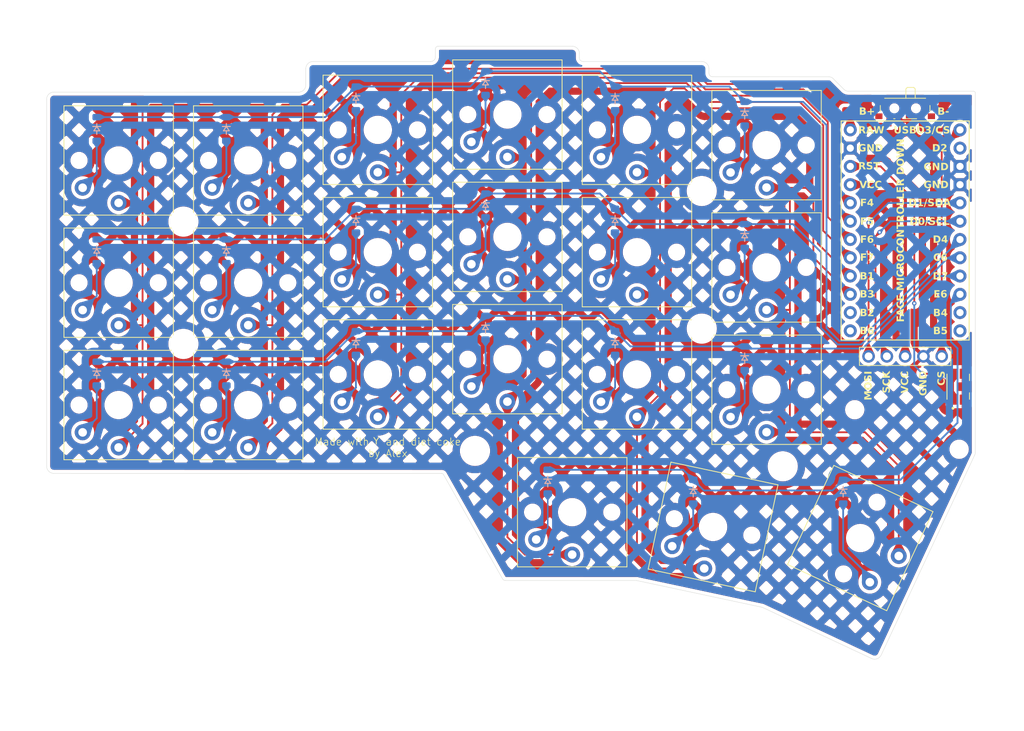
<source format=kicad_pcb>
(kicad_pcb (version 20240108) (generator "pcbnew") (generator_version "8.0")
  (layers (0 "F.Cu" signal) (31 "B.Cu" signal) (34 "B.Paste" user) (35 "F.Paste" user) (36 "B.SilkS" user "B.Silkscreen") (37 "F.SilkS" user "F.Silkscreen") (38 "B.Mask" user) (39 "F.Mask" user) (44 "Edge.Cuts" user))
  (net 0 "")
  (net 1 "Net-(D1-A)")
  (net 2 "row0")
  (net 3 "Net-(D2-A)")
  (net 4 "row1")
  (net 5 "row2")
  (net 6 "Net-(D3-A)")
  (net 7 "Net-(D4-A)")
  (net 8 "Net-(D5-A)")
  (net 9 "Net-(D6-A)")
  (net 10 "Net-(D7-A)")
  (net 11 "Net-(D8-A)")
  (net 12 "Net-(D9-A)")
  (net 13 "Net-(D10-A)")
  (net 14 "Net-(D11-A)")
  (net 15 "Net-(D12-A)")
  (net 16 "row3")
  (net 17 "Net-(D13-A)")
  (net 18 "Net-(D14-A)")
  (net 19 "Net-(D15-A)")
  (net 20 "Net-(D16-A)")
  (net 21 "Net-(D17-A)")
  (net 22 "Net-(D18-A)")
  (net 23 "Net-(D19-A)")
  (net 24 "Net-(D20-A)")
  (net 25 "Net-(D21-A)")
  (net 26 "col0")
  (net 27 "col1")
  (net 28 "col2")
  (net 29 "col3")
  (net 30 "col4")
  (net 31 "col5")
  (net 32 "reset")
  (net 33 "GND")
  (net 34 "B-")
  (net 36 "data")
  (net 39 "MOSI")
  (net 42 "B+")
  (net 43 "cs")
  (net 44 "SCK")
  (net 45 "VCC")
  (footprint "MountingHole:MountingHole_3.7mm" (layer "F.Cu") (at 157.5 55.25)
    (property "Reference" "")
    (property "Value" "MountingHole_3.7mm" (hide yes))
  )
  (footprint "ScottoKeebs_Choc:Choc_V1_1.00u" (layer "F.Cu") (at 159.070578 101.949151 168)
    (property "Reference" "S17" (hide yes))
    (property "Value" "Keyswitch" (hide yes))
  )
  (footprint "ScottoKeebs_Scotto:Standoff_M2x8mm" (layer "F.Cu") (at 178.75 85.65)
    (property "Reference" "REF**" (hide yes))
    (property "Value" "Standoff_M2x8mm" (hide yes))
  )
  (footprint "MountingHole:MountingHole_3.7mm" (layer "F.Cu") (at 157.5 74.375)
    (property "Reference" "")
    (property "Value" "MountingHole_3.7mm" (hide yes))
  )
  (footprint "ScottoKeebs_Scotto:Standoff_M2x8mm" (layer "F.Cu") (at 193.25 91.15)
    (property "Reference" "REF**" (hide yes))
    (property "Value" "Standoff_M2x8mm" (hide yes))
  )
  (footprint "myLib:Universal_Pro_Micro_Footprint" (layer "F.Cu") (at 185.75 60.72)
    (property "Reference" "U1" (hide yes))
    (property "Value" "Universal_Pro_Micro" (hide yes))
  )
  (footprint "ScottoKeebs_Choc:Choc_V1_1.00u" (layer "F.Cu") (at 94.5 51 180)
    (property "Reference" "S4" (hide yes))
    (property "Value" "Keyswitch" (hide yes))
  )
  (footprint "myLib:nice_view" (layer "F.Cu") (at 185.75 61.72)
    (property "Reference" "Display1" (hide yes))
    (property "Value" "nice!view" (hide yes))
  )
  (footprint "ScottoKeebs_Choc:Choc_V1_1.00u" (layer "F.Cu") (at 76.5 68 180)
    (property "Reference" "S2" (hide yes))
    (property "Value" "Keyswitch" (hide yes))
  )
  (footprint "ScottoKeebs_Choc:Choc_V1_1.00u" (layer "F.Cu") (at 76.5 85 180)
    (property "Reference" "S3" (hide yes))
    (property "Value" "Keyswitch" (hide yes))
  )
  (footprint "ScottoKeebs_Choc:Choc_V1_1.00u" (layer "F.Cu") (at 148.5 63.75 180)
    (property "Reference" "S15" (hide yes))
    (property "Value" "Keyswitch" (hide yes))
  )
  (footprint "ScottoKeebs_Choc:Choc_V1_1.00u" (layer "F.Cu") (at 166.5 48.875 180)
    (property "Reference" "S18" (hide yes))
    (property "Value" "Keyswitch" (hide yes))
  )
  (footprint "ScottoKeebs_Choc:Choc_V1_1.00u" (layer "F.Cu") (at 112.5 80.75 180)
    (property "Reference" "S9" (hide yes))
    (property "Value" "Keyswitch" (hide yes))
  )
  (footprint "MountingHole:MountingHole_3.7mm" (layer "F.Cu") (at 85.5 76.5)
    (property "Reference" "")
    (property "Value" "MountingHole_3.7mm" (hide yes))
  )
  (footprint "ScottoKeebs_Choc:Choc_V1_1.50u" (layer "F.Cu") (at 179.51562 103.491711 -115)
    (property "Reference" "S21" (hide yes))
    (property "Value" "Keyswitch" (hide yes))
  )
  (footprint "EVQ-P7A01P:SW_EVQ-P7A01P" (layer "F.Cu") (at 193.125 82.45 90)
    (property "Reference" "S22" (hide yes))
    (property "Value" "EVQ-P7A01P" (hide yes))
  )
  (footprint "ScottoKeebs_Choc:Choc_V1_1.00u" (layer "F.Cu") (at 130.5 44.625 180)
    (property "Reference" "S10" (hide yes))
    (property "Value" "Keyswitch" (hide yes))
  )
  (footprint "MountingHole:MountingHole_3.7mm" (layer "F.Cu") (at 168.75 93.5172)
    (property "Reference" "")
    (property "Value" "MountingHole_3.7mm" (hide yes))
  )
  (footprint "MountingHole:MountingHole_3.7mm" (layer "F.Cu") (at 126 91.375)
    (property "Reference" "")
    (property "Value" "MountingHole_3.7mm" (hide yes))
  )
  (footprint "ScottoKeebs_Choc:Choc_V1_1.00u" (layer "F.Cu") (at 139.5 99.8922 180)
    (property "Reference" "S13" (hide yes))
    (property "Value" "Keyswitch" (hide yes))
  )
  (footprint "ScottoKeebs_Choc:Choc_V1_1.00u" (layer "F.Cu") (at 76.5 51 180)
    (property "Reference" "S1" (hide yes))
    (property "Value" "Keyswitch" (hide yes))
  )
  (footprint "MountingHole:MountingHole_3.7mm" (layer "F.Cu") (at 85.5 59.5)
    (property "Reference" "")
    (property "Value" "MountingHole_3.7mm" (hide yes))
  )
  (footprint "ScottoKeebs_Choc:Choc_V1_1.00u" (layer "F.Cu") (at 166.5 65.875 180)
    (property "Reference" "S19" (hide yes))
    (property "Value" "Keyswitch" (hide yes))
  )
  (footprint "ScottoKeebs_Choc:Choc_V1_1.00u" (layer "F.Cu") (at 148.5 80.75 180)
    (property "Reference" "S16" (hide yes))
    (property "Value" "Keyswitch" (hide yes))
  )
  (footprint "ScottoKeebs_Choc:Choc_V1_1.00u" (layer "F.Cu") (at 130.5 78.625 180)
    (property "Reference" "S12" (hide yes))
    (property "Value" "Keyswitch" (hide yes))
  )
  (footprint "ScottoKeebs_Choc:Choc_V1_1.00u" (layer "F.Cu") (at 112.5 46.75 180)
    (property "Reference" "S7" (hide yes))
    (property "Value" "Keyswitch" (hide yes))
  )
  (footprint "ScottoKeebs_Choc:Choc_V1_1.00u" (layer "F.Cu") (at 166.5 82.875 180)
    (property "Reference" "S20" (hide yes))
    (property "Value" "Keyswitch" (hide yes))
  )
  (footprint "ScottoKeebs_Choc:Choc_V1_1.00u" (layer "F.Cu") (at 94.5 68 180)
    (property "Reference" "S5" (hide yes))
    (property "Value" "Keyswitch" (hide yes))
  )
  (footprint "ScottoKeebs_Choc:Choc_V1_1.00u" (layer "F.Cu") (at 112.5 63.75 180)
    (property "Reference" "S8" (hide yes))
    (property "Value" "Keyswitch" (hide yes))
  )
  (footprint "Button_Switch_SMD:SW_SPDT_PCM12" (layer "F.Cu") (at 185.75 44.083 180)
    (property "Reference" "SW1" (hide yes))
    (property "Value" "PCM12SMTR" (hide yes))
  )
  (footprint "ScottoKeebs_Choc:Choc_V1_1.00u" (layer "F.Cu") (at 130.5 61.625 180)
    (property "Reference" "S11" (hide yes))
    (property "Value" "Keyswitch" (hide yes))
  )
  (footprint "ScottoKeebs_Choc:Choc_V1_1.00u" (layer "F.Cu") (at 94.5 85 180)
    (property "Reference" "S6" (hide yes))
    (property "Value" "Keyswitch" (hide yes))
  )
  (footprint "ScottoKeebs_Choc:Choc_V1_1.00u" (layer "F.Cu") (at 148.5 46.75 180)
    (property "Reference" "S14" (hide yes))
    (property "Value" "Keyswitch" (hide yes))
  )
  (footprint "ScottoKeebs_Components:Diode_SOD-123" (layer "B.Cu") (at 136.106657 95.643 -90)
    (property "Reference" "D13" (hide yes))
    (property "Value" "Diode" (hide yes))
  )
  (footprint "ScottoKeebs_Components:Diode_SOD-123" (layer "B.Cu") (at 73.462 63.628 -90)
    (property "Reference" "D2" (hide yes))
    (property "Value" "Diode" (hide yes))
  )
  (footprint "ScottoKeebs_Components:Diode_SOD-123" (layer "B.Cu") (at 91.462 46.628 -90)
    (property "Reference" "D4" (hide yes))
    (property "Value" "Diode" (hide yes))
  )
  (footprint "ScottoKeebs_Components:Diode_SOD-123" (layer "B.Cu") (at 163.462 61.503 -90)
    (property "Reference" "D19" (hide yes))
    (property "Value" "Diode" (hide yes))
  )
  (footprint "ScottoKeebs_Components:Diode_SOD-123" (layer "B.Cu") (at 145.462 76.378 -90)
    (property "Reference" "D16" (hide yes))
    (property "Value" "Diode" (hide yes))
  )
  (footprint "ScottoKeebs_Components:Diode_SOD-123" (layer "B.Cu") (at 73.462 46.628 -90)
    (property "Reference" "D1" (hide yes))
    (property "Value" "Diode" (hide yes))
  )
  (footprint "ScottoKeebs_Components:Diode_SOD-123" (layer "B.Cu") (at 73.462 80.628 -90)
    (property "Reference" "D3" (hide yes))
    (property "Value" "Diode" (hide yes))
  )
  (footprint "ScottoKeebs_Components:Diode_SOD-123" (layer "B.Cu") (at 145.462 59.378 -90)
    (property "Reference" "D15" (hide yes))
    (property "Value" "Diode" (hide yes))
  )
  (footprint "ScottoKeebs_Components:Diode_SOD-123" (layer "B.Cu") (at 163.462 44.503 -90)
    (property "Reference" "D18" (hide yes))
    (property "Value" "Diode" (hide yes))
  )
  (footprint "ScottoKeebs_Components:Diode_SOD-123" (layer "B.Cu") (at 109.462 42.378 -90)
    (property "Reference" "D7" (hide yes))
    (property "Value" "Diode" (hide yes))
  )
  (footprint "ScottoKeebs_Components:Diode_SOD-123" (layer "B.Cu") (at 109.462 76.378 -90)
    (property "Reference" "D9" (hide yes))
    (property "Value" "Diode" (hide yes))
  )
  (footprint "ScottoKeebs_Components:Diode_SOD-123" (layer "B.Cu") (at 127.462 57.253 -90)
    (property "Reference" "D11" (hide yes))
    (property "Value" "Diode" (hide yes))
  )
  (footprint "ScottoKeebs_Components:Diode_SOD-123" (layer "B.Cu") (at 163.462 78.503 -90)
    (property "Reference" "D20" (hide yes))
    (property "Value" "Diode" (hide yes))
  )
  (footprint "ScottoKeebs_Components:Diode_SOD-123" (layer "B.Cu") (at 156.31189 97.04 -90)
    (property "Reference" "D17" (hide yes))
    (property "Value" "Diode" (hide yes))
  )
  (footprint "ScottoKeebs_Components:Diode_SOD-123" (layer "B.Cu") (at 127.462 74.253 -90)
    (property "Reference" "D12" (hide yes))
    (property "Value" "Diode" (hide yes))
  )
  (footprint "ScottoKeebs_Components:Diode_SOD-123" (layer "B.Cu") (at 91.462 80.628 -90)
    (property "Reference" "D6" (hide yes))
    (property "Value" "Diode" (hide yes))
  )
  (footprint "ScottoKeebs_Components:Diode_SOD-123" (layer "B.Cu") (at 91.462 63.628 -90)
    (property "Reference" "D5" (hide yes))
    (property "Value" "Diode" (hide yes))
  )
  (footprint "ScottoKeebs_Components:Diode_SOD-123" (layer "B.Cu") (at 177.13989 97.04 -90)
    (property "Reference" "D21" (hide yes))
    (property "Value" "Diode" (hide yes))
  )
  (footprint "ScottoKeebs_Components:Diode_SOD-123" (layer "B.Cu") (at 145.462 42.378 -90)
    (property "Reference" "D14" (hide yes))
    (property "Value" "Diode" (hide yes))
  )
  (footprint "ScottoKeebs_Components:Diode_SOD-123" (layer "B.Cu") (at 127.462 40.253 -90)
    (property "Reference" "D10" (hide yes))
    (property "Value" "Diode" (hide yes))
  )
  (footprint "ScottoKeebs_Components:Diode_SOD-123" (layer "B.Cu") (at 109.462 59.378 -90)
    (property "Reference" "D8" (hide yes))
    (property "Value" "Diode" (hide yes))
  )
  (gr_arc (start 195.5 91.604) (mid 195.473693 91.797527) (end 195.396682 91.977009) (stroke (width 0.05)) (layer "Edge.Cuts"))
  (gr_arc (start 195.246 41.375) (mid 195.425605 41.449395) (end 195.5 41.629) (stroke (width 0.05)) (layer "Edge.Cuts"))
  (gr_arc (start 175.190445 39.378551) (mid 175.496157 39.442892) (end 175.75 39.625) (stroke (width 0.05)) (layer "Edge.Cuts"))
  (gr_line (start 103.5 37.25) (end 119.865 37.25) (stroke (width 0.05)) (layer "Edge.Cuts"))
  (gr_line (start 181.096867 120.236573) (end 165.91389 113.119122) (stroke (width 0.05)) (layer "Edge.Cuts"))
  (gr_arc (start 120.5 36.615) (mid 120.314013 37.064013) (end 119.865 37.25) (stroke (width 0.05)) (layer "Edge.Cuts"))
  (gr_line (start 159.008 39.375) (end 175.190445 39.378551) (stroke (width 0.05)) (layer "Edge.Cuts"))
  (gr_line (start 140.5 36.125) (end 140.5 36.742) (stroke (width 0.05)) (layer "Edge.Cuts"))
  (gr_line (start 148.46389 109.394122) (end 130.2 109.3922) (stroke (width 0.05)) (layer "Edge.Cuts"))
  (gr_arc (start 141.008 37.25) (mid 140.64879 37.10121) (end 140.5 36.742) (stroke (width 0.05)) (layer "Edge.Cuts"))
  (gr_line (start 67.5 41.5) (end 101.5 41.505636) (stroke (width 0.05)) (layer "Edge.Cuts"))
  (gr_line (start 121.635041 94.691538) (end 129.792893 109.099307) (stroke (width 0.05)) (layer "Edge.Cuts"))
  (gr_line (start 195.5 41.629) (end 195.5 91.604) (stroke (width 0.05)) (layer "Edge.Cuts"))
  (gr_line (start 66.5 93.5) (end 66.5 42.5) (stroke (width 0.05)) (layer "Edge.Cuts"))
  (gr_arc (start 139.5 35.125) (mid 140.207107 35.417893) (end 140.5 36.125) (stroke (width 0.05)) (layer "Edge.Cuts"))
  (gr_arc (start 66.5 42.5) (mid 66.792893 41.792893) (end 67.5 41.5) (stroke (width 0.05)) (layer "Edge.Cuts"))
  (gr_arc (start 67.5 94.5) (mid 66.792893 94.207107) (end 66.5 93.5) (stroke (width 0.05)) (layer "Edge.Cuts"))
  (gr_line (start 120.881 35.125) (end 139.5 35.125) (stroke (width 0.05)) (layer "Edge.Cuts"))
  (gr_arc (start 159.008 39.375) (mid 158.64879 39.22621) (end 158.5 38.867) (stroke (width 0.05)) (layer "Edge.Cuts"))
  (gr_arc (start 130.200065 109.391545) (mid 129.957385 109.299895) (end 129.792894 109.099307) (stroke (width 0.05)) (layer "Edge.Cuts"))
  (gr_line (start 175.75 39.625) (end 177.220232 41.092432) (stroke (width 0.05)) (layer "Edge.Cuts"))
  (gr_arc (start 157.5 37.25) (mid 158.207107 37.542893) (end 158.5 38.25) (stroke (width 0.05)) (layer "Edge.Cuts"))
  (gr_arc (start 120.5 35.506) (mid 120.611592 35.236592) (end 120.881 35.125) (stroke (width 0.05)) (layer "Edge.Cuts"))
  (gr_line (start 141.008 37.25) (end 157.5 37.25) (stroke (width 0.05)) (layer "Edge.Cuts"))
  (gr_line (start 165.91389 113.119122) (end 148.46389 109.394122) (stroke (width 0.05)) (layer "Edge.Cuts"))
  (gr_line (start 102.499999 40.475) (end 102.5 38.225311) (stroke (width 0.05)) (layer "Edge.Cuts"))
  (gr_line (start 120.5 36.615) (end 120.5 35.506) (stroke (width 0.05)) (layer "Edge.Cuts"))
  (gr_arc (start 102.5 38.225311) (mid 102.801567 37.5342) (end 103.5 37.25) (stroke (width 0.05)) (layer "Edge.Cuts"))
  (gr_line (start 182.43889 119.719122) (end 195.4 91.979) (stroke (width 0.05)) (layer "Edge.Cuts"))
  (gr_arc (start 182.43889 119.719122) (mid 181.876449 120.259428) (end 181.096867 120.236573) (stroke (width 0.05)) (layer "Edge.Cuts"))
  (gr_line (start 67.5 94.5) (end 121.36389 94.507961) (stroke (width 0.05)) (layer "Edge.Cuts"))
  (gr_line (start 158.5 38.25) (end 158.5 38.867) (stroke (width 0.05)) (layer "Edge.Cuts"))
  (gr_arc (start 102.499999 40.479659) (mid 102.21635 41.203519) (end 101.5 41.505636) (stroke (width 0.05)) (layer "Edge.Cuts"))
  (gr_line (start 177.879746 41.380026) (end 195.246 41.375) (stroke (width 0.05)) (layer "Edge.Cuts"))
  (gr_arc (start 121.36389 94.507961) (mid 121.527615 94.558172) (end 121.635041 94.691538) (stroke (width 0.05)) (layer "Edge.Cuts"))
  (gr_arc (start 177.879746 41.380026) (mid 177.52 41.305) (end 177.220232 41.092432) (stroke (width 0.05)) (layer "Edge.Cuts"))
  (gr_text "Made with   and diet coke\nby Alex" (at 113.8934 92.3016 0) (layer "F.SilkS") (effects (font (size 1 1) (thickness 0.1)) (justify bottom)))
  (gr_text "Y" (at 111.8614 90.6506 0) (layer "F.SilkS") (effects (font (size 1 1) (thickness 0.1)) (justify left bottom)))
  (segment (start 73.462 52.838) (end 71.5 54.8) (width 0.25) (layer "B.Cu") (net 1))
  (segment (start 73.462 48.278) (end 73.462 52.838) (width 0.25) (layer "B.Cu") (net 1))
  (segment (start 109.462 40.728) (end 125.337 40.728) (width 0.25) (layer "B.Cu") (net 2))
  (segment (start 143.337 38.603) (end 145.462 40.728) (width 0.25) (layer "B.Cu") (net 2))
  (segment (start 125.337 40.728) (end 127.462 38.603) (width 0.25) (layer "B.Cu") (net 2))
  (segment (start 145.462 40.728) (end 161.337 40.728) (width 0.25) (layer "B.Cu") (net 2))
  (segment (start 127.462 38.603) (end 143.337 38.603) (width 0.25) (layer "B.Cu") (net 2))
  (segment (start 91.462 44.978) (end 73.462 44.978) (width 0.25) (layer "B.Cu") (net 2))
  (segment (start 174.828 46.099) (end 174.828 74.293) (width 0.25) (layer "B.Cu") (net 2))
  (segment (start 91.462 44.978) (end 105.212 44.978) (width 0.25) (layer "B.Cu") (net 2))
  (segment (start 163.462 42.853) (end 163.492 42.883) (width 0.25) (layer "B.Cu") (net 2))
  (segment (start 105.212 44.978) (end 109.462 40.728) (width 0.25) (layer "B.Cu") (net 2))
  (segment (start 176.606 76.071) (end 179.289 76.071) (width 0.25) (layer "B.Cu") (net 2))
  (segment (start 171.582 42.853) (end 174.828 46.099) (width 0.25) (layer "B.Cu") (net 2))
  (segment (start 179.289 76.071) (end 193.37 61.99) (width 0.25) (layer "B.Cu") (net 2))
  (segment (start 163.462 42.853) (end 171.582 42.853) (width 0.25) (layer "B.Cu") (net 2))
  (segment (start 174.828 74.293) (end 176.606 76.071) (width 0.25) (layer "B.Cu") (net 2))
  (segment (start 161.337 40.728) (end 163.462 42.853) (width 0.25) (layer "B.Cu") (net 2))
  (segment (start 73.462 69.838) (end 71.5 71.8) (width 0.25) (layer "B.Cu") (net 3))
  (segment (start 73.462 65.278) (end 73.462 69.838) (width 0.25) (layer "B.Cu") (net 3))
  (segment (start 91.462 61.978) (end 105.212 61.978) (width 0.25) (layer "B.Cu") (net 4))
  (segment (start 170.167 59.853) (end 174.066 63.752) (width 0.25) (layer "B.Cu") (net 4))
  (segment (start 143.337 55.603) (end 145.462 57.728) (width 0.25) (layer "B.Cu") (net 4))
  (segment (start 174.066 74.293) (end 176.352 76.579) (width 0.25) (layer "B.Cu") (net 4))
  (segment (start 127.462 55.603) (end 143.337 55.603) (width 0.25) (layer "B.Cu") (net 4))
  (segment (start 179.654 76.579) (end 191.703 64.53) (width 0.25) (layer "B.Cu") (net 4))
  (segment (start 191.703 64.53) (end 193.37 64.53) (width 0.25) (layer "B.Cu") (net 4))
  (segment (start 147.587 59.853) (end 163.462 59.853) (width 0.25) (layer "B.Cu") (net 4))
  (segment (start 145.462 57.728) (end 147.587 59.853) (width 0.25) (layer "B.Cu") (net 4))
  (segment (start 176.352 76.579) (end 179.654 76.579) (width 0.25) (layer "B.Cu") (net 4))
  (segment (start 125.337 57.728) (end 127.462 55.603) (width 0.25) (layer "B.Cu") (net 4))
  (segment (start 174.066 63.752) (end 174.066 74.293) (width 0.25) (layer "B.Cu") (net 4))
  (segment (start 163.462 59.853) (end 170.167 59.853) (width 0.25) (layer "B.Cu") (net 4))
  (segment (start 105.212 61.978) (end 109.462 57.728) (width 0.25) (layer "B.Cu") (net 4))
  (segment (start 73.462 61.978) (end 91.462 61.978) (width 0.25) (layer "B.Cu") (net 4))
  (segment (start 109.462 57.728) (end 125.337 57.728) (width 0.25) (layer "B.Cu") (net 4))
  (segment (start 105.212 78.978) (end 109.462 74.728) (width 0.25) (layer "B.Cu") (net 5))
  (segment (start 190.211 67.07) (end 193.37 67.07) (width 0.25) (layer "B.Cu") (net 5))
  (segment (start 163.462 76.853) (end 163.765 77.156) (width 0.25) (layer "B.Cu") (net 5))
  (segment (start 179.839 77.156) (end 189.941 67.054) (width 0.25) (layer "B.Cu") (net 5))
  (segment (start 143.337 72.603) (end 145.462 74.728) (width 0.25) (layer "B.Cu") (net 5))
  (segment (start 147.587 76.853) (end 163.462 76.853) (width 0.25) (layer "B.Cu") (net 5))
  (segment (start 190.195 67.054) (end 190.211 67.07) (width 0.25) (layer "B.Cu") (net 5))
  (segment (start 189.941 67.054) (end 190.195 67.054) (width 0.25) (layer "B.Cu") (net 5))
  (segment (start 109.462 74.728) (end 125.337 74.728) (width 0.25) (layer "B.Cu") (net 5))
  (segment (start 127.462 72.603) (end 143.337 72.603) (width 0.25) (layer "B.Cu") (net 5))
  (segment (start 73.462 78.978) (end 91.462 78.978) (width 0.25) (layer "B.Cu") (net 5))
  (segment (start 145.462 74.728) (end 147.587 76.853) (width 0.25) (layer "B.Cu") (net 5))
  (segment (start 125.337 74.728) (end 127.462 72.603) (width 0.25) (layer "B.Cu") (net 5))
  (segment (start 163.765 77.156) (end 179.839 77.156) (width 0.25) (layer "B.Cu") (net 5))
  (segment (start 91.462 78.978) (end 105.212 78.978) (width 0.25) (layer "B.Cu") (net 5))
  (segment (start 73.462 82.278) (end 73.462 86.838) (width 0.25) (layer "B.Cu") (net 6))
  (segment (start 73.462 86.838) (end 71.5 88.8) (width 0.25) (layer "B.Cu") (net 6))
  (segment (start 91.462 52.838) (end 89.5 54.8) (width 0.25) (layer "B.Cu") (net 7))
  (segment (start 91.462 48.278) (end 91.462 52.838) (width 0.25) (layer "B.Cu") (net 7))
  (segment (start 91.462 69.838) (end 89.5 71.8) (width 0.25) (layer "B.Cu") (net 8))
  (segment (start 91.462 65.278) (end 91.462 69.838) (width 0.25) (layer "B.Cu") (net 8))
  (segment (start 91.462 86.838) (end 89.5 88.8) (width 0.25) (layer "B.Cu") (net 9))
  (segment (start 91.462 82.278) (end 91.462 86.838) (width 0.25) (layer "B.Cu") (net 9))
  (segment (start 109.462 44.028) (end 109.462 48.588) (width 0.25) (layer "B.Cu") (net 10))
  (segment (start 109.462 48.588) (end 107.5 50.55) (width 0.25) (layer "B.Cu") (net 10))
  (segment (start 109.462 61.028) (end 109.462 65.588) (width 0.25) (layer "B.Cu") (net 11))
  (segment (start 109.462 65.588) (end 107.5 67.55) (width 0.25) (layer "B.Cu") (net 11))
  (segment (start 109.462 78.028) (end 109.462 82.588) (width 0.25) (layer "B.Cu") (net 12))
  (segment (start 109.462 82.588) (end 107.5 84.55) (width 0.25) (layer "B.Cu") (net 12))
  (segment (start 127.462 41.903) (end 127.462 46.463) (width 0.25) (layer "B.Cu") (net 13))
  (segment (start 127.462 46.463) (end 125.5 48.425) (width 0.25) (layer "B.Cu") (net 13))
  (segment (start 127.462 63.463) (end 125.5 65.425) (width 0.25) (layer "B.Cu") (net 14))
  (segment (start 127.462 58.903) (end 127.462 63.463) (width 0.25) (layer "B.Cu") (net 14))
  (segment (start 127.462 80.463) (end 125.5 82.425) (width 0.25) (layer "B.Cu") (net 15))
  (segment (start 127.462 75.903) (end 127.462 80.463) (width 0.25) (layer "B.Cu") (net 15))
  (segment (start 157.79549 96.8736) (end 175.65629 96.8736) (width 0.25) (layer "B.Cu") (net 16))
  (segment (start 193.025 77.123) (end 192.1 76.198) (width 0.25) (layer "B.Cu") (net 16))
  (segment (start 136.106657 93.993) (end 154.91489 93.993) (width 0.25) (layer "B.Cu") (net 16))
  (segment (start 177.13989 95.39) (end 185.1 95.39) (width 0.25) (layer "B.Cu") (net 16))
  (segment (start 192.1 70.88) (end 193.37 69.61) (width 0.25) (layer "B.Cu") (net 16))
  (segment (start 193.025 87.465) (end 193.025 77.123) (width 0.25) (layer "B.Cu") (net 16))
  (segment (start 185.1 95.39) (end 193.025 87.465) (width 0.25) (layer "B.Cu") (net 16))
  (segment (start 156.31189 95.39) (end 157.79549 96.8736) (width 0.25) (layer "B.Cu") (net 16))
  (segment (start 192.1 76.198) (end 192.1 70.88) (width 0.25) (layer "B.Cu") (net 16))
  (segment (start 154.91489 93.993) (end 156.31189 95.39) (width 0.25) (layer "B.Cu") (net 16))
  (segment (start 175.65629 96.8736) (end 177.13989 95.39) (width 0.25) (layer "B.Cu") (net 16))
  (segment (start 136.106657 102.085543) (end 136.106657 97.293) (width 0.2) (layer "B.Cu") (net 17))
  (segment (start 134.5 103.6922) (end 136.106657 102.085543) (width 0.2) (layer "B.Cu") (net 17))
  (segment (start 145.462 44.028) (end 145.462 48.588) (width 0.25) (layer "B.Cu") (net 18))
  (segment (start 145.462 48.588) (end 143.5 50.55) (width 0.25) (layer "B.Cu") (net 18))
  (segment (start 145.462 65.588) (end 143.5 67.55) (width 0.25) (layer "B.Cu") (net 19))
  (segment (start 145.462 61.028) (end 145.462 65.588) (width 0.25) (layer "B.Cu") (net 19))
  (segment (start 145.462 82.588) (end 143.5 84.55) (width 0.25) (layer "B.Cu") (net 20))
  (segment (start 145.462 78.028) (end 145.462 82.588) (width 0.25) (layer "B.Cu") (net 20))
  (segment (start 153.389776 104.626553) (end 156.311887 101.704442) (width 0.25) (layer "B.Cu") (net 21))
  (segment (start 156.311887 101.704442) (end 156.31189 101.704442) (width 0.25) (layer "B.Cu") (net 21))
  (segment (start 156.31189 101.704442) (end 156.31189 98.69) (width 0.25) (layer "B.Cu") (net 21))
  (segment (start 163.462 50.713) (end 161.5 52.675) (width 0.25) (layer "B.Cu") (net 22))
  (segment (start 163.462 46.153) (end 163.462 50.713) (width 0.25) (layer "B.Cu") (net 22))
  (segment (start 163.462 67.713) (end 161.5 69.675) (width 0.25) (layer "B.Cu") (net 23))
  (segment (start 163.462 63.153) (end 163.462 67.713) (width 0.25) (layer "B.Cu") (net 23))
  (segment (start 163.462 80.153) (end 163.462 84.713) (width 0.25) (layer "B.Cu") (net 24))
  (segment (start 163.462 84.713) (end 161.5 86.675) (width 0.25) (layer "B.Cu") (net 24))
  (segment (start 180.797 109.579701) (end 180.797 108.837) (width 0.25) (layer "B.Cu") (net 25))
  (segment (start 180.846499 109.6292) (end 180.797 109.579701) (width 0.25) (layer "B.Cu") (net 25))
  (segment (start 180.797 108.837) (end 177.13989 105.17989) (width 0.25) (layer "B.Cu") (net 25))
  (segment (start 177.13989 105.17989) (end 177.13989 98.69) (width 0.25) (layer "B.Cu") (net 25))
  (segment (start 76.5 90.9) (end 79.823 87.577) (width 0.25) (layer "F.Cu") (net 26))
  (segment (start 176.375 44.625) (end 176.375 55.155) (width 0.25) (layer "F.Cu") (net 26))
  (segment (start 80.625 42.5) (end 102.348528 42.5) (width 0.25) (layer "F.Cu") (net 26))
  (segment (start 176.375 55.155) (end 178.13 56.91) (width 0.25) (layer "F.Cu") (net 26))
  (segment (start 79.823 87.577) (end 79.823 73.99) (width 0.25) (layer "F.Cu") (net 26))
  (segment (start 79.823 73.99) (end 79.823 57.375) (width 0.25) (layer "F.Cu") (net 26))
  (segment (start 172.125 40.375) (end 176.375 44.625) (width 0.25) (layer "F.Cu") (net 26))
  (segment (start 79.823 73.99) (end 79.733 73.9) (width 0.25) (layer "F.Cu") (net 26))
  (segment (start 79.733 73.9) (end 76.5 73.9) (width 0.25) (layer "F.Cu") (net 26))
  (segment (start 79.823 43.302) (end 80.625 42.5) (width 0.25) (layer "F.Cu") (net 26))
  (segment (start 158.25 40.375) (end 172.125 40.375) (width 0.25) (layer "F.Cu") (net 26))
  (segment (start 79.823 57.375) (end 79.823 43.302) (width 0.25) (layer "F.Cu") (net 26))
  (segment (start 106.598528 38.25) (end 156.125 38.25) (width 0.25) (layer "F.Cu") (net 26))
  (segment (start 102.348528 42.5) (end 106.598528 38.25) (width 0.25) (layer "F.Cu") (net 26))
  (segment (start 79.823 56.972) (end 76.673823 56.972) (width 0.25) (layer "F.Cu") (net 26))
  (segment (start 79.823 57.375) (end 79.823 56.972) (width 0.25) (layer "F.Cu") (net 26))
  (segment (start 156.125 38.25) (end 158.25 40.375) (width 0.25) (layer "F.Cu") (net 26))
  (arc (start 76.673823 56.972) (mid 76.579751 56.953288) (end 76.5 56.9) (width 0.25) (layer "F.Cu") (net 26))
  (segment (start 175.625 56.945) (end 178.13 59.45) (width 0.25) (layer "F.Cu") (net 27))
  (segment (start 97.857 73.863) (end 97.857 87.543) (width 0.25) (layer "F.Cu") (net 27))
  (segment (start 94.5 73.9) (end 97.82 73.9) (width 0.25) (layer "F.Cu") (net 27))
  (segment (start 99.25 43.25) (end 102.625 43.25) (width 0.25) (layer "F.Cu") (net 27))
  (segment (start 97.857 56.972) (end 97.785 56.9) (width 0.25) (layer "F.Cu") (net 27))
  (segment (start 97.785 56.9) (end 94.5 56.9) (width 0.25) (layer "F.Cu") (net 27))
  (segment (start 175.625 45.125) (end 175.625 56.945) (width 0.25) (layer "F.Cu") (net 27))
  (segment (start 97.857 87.543) (end 94.5 90.9) (width 0.25) (layer "F.Cu") (net 27))
  (segment (start 155.75 38.875) (end 158 41.125) (width 0.25) (layer "F.Cu") (net 27))
  (segment (start 97.857 56.972) (end 97.857 44.643) (width 0.25) (layer "F.Cu") (net 27))
  (segment (start 97.857 73.863) (end 97.857 57.25) (width 0.25) (layer "F.Cu") (net 27))
  (segment (start 97.82 73.9) (end 97.857 73.863) (width 0.25) (layer "F.Cu") (net 27))
  (segment (start 107 38.875) (end 155.75 38.875) (width 0.25) (layer "F.Cu") (net 27))
  (segment (start 97.857 57.25) (end 97.857 56.972) (width 0.25) (layer "F.Cu") (net 27))
  (segment (start 97.857 44.643) (end 99.25 43.25) (width 0.25) (layer "F.Cu") (net 27))
  (segment (start 102.625 43.25) (end 107 38.875) (width 0.25) (layer "F.Cu") (net 27))
  (segment (start 158 41.125) (end 171.625 41.125) (width 0.25) (layer "F.Cu") (net 27))
  (segment (start 171.625 41.125) (end 175.625 45.125) (width 0.25) (layer "F.Cu") (net 27))
  (segment (start 175 45.625) (end 175 58.86) (width 0.25) (layer "F.Cu") (net 28))
  (segment (start 115.76 52.65) (end 112.5 52.65) (width 0.25) (layer "F.Cu") (net 28))
  (segment (start 158 42) (end 171.375 42) (width 0.25) (layer "F.Cu") (net 28))
  (segment (start 115.764 52.875) (end 115.764 52.654) (width 0.25) (layer "F.Cu") (net 28))
  (segment (start 155.5 39.5) (end 158 42) (width 0.25) (layer "F.Cu") (net 28))
  (segment (start 115.764 69.672) (end 115.742 69.65) (width 0.25) (layer "F.Cu") (net 28))
  (segment (start 175 58.86) (end 178.13 61.99) (width 0.25) (layer "F.Cu") (net 28))
  (segment (start 115.764 41.823) (end 118.087 39.5) (width 0.25) (layer "F.Cu") (net 28))
  (segment (start 118.087 39.5) (end 155.5 39.5) (width 0.25) (layer "F.Cu") (net 28))
  (segment (start 171.375 42) (end 175 45.625) (width 0.25) (layer "F.Cu") (net 28))
  (segment (start 115.764 69.799) (end 115.764 69.672) (width 0.25) (layer "F.Cu") (net 28))
  (segment (start 115.742 69.65) (end 112.5 69.65) (width 0.25) (layer "F.Cu") (net 28))
  (segment (start 115.764 83.386) (end 115.764 69.799) (width 0.25) (layer "F.Cu") (net 28))
  (segment (start 115.764 52.875) (end 115.764 41.823) (width 0.25) (layer "F.Cu") (net 28))
  (segment (start 115.764 52.654) (end 115.76 52.65) (width 0.25) (layer "F.Cu") (net 28))
  (segment (start 112.5 86.65) (end 115.764 83.386) (width 0.25) (layer "F.Cu") (net 28))
  (segment (start 115.764 69.799) (end 115.764 52.875) (width 0.25) (layer "F.Cu") (net 28))
  (segment (start 133.798 50.622) (end 133.798 42.458) (width 0.25) (layer "F.Cu") (net 29))
  (segment (start 130.5 84.525) (end 133.798 81.227) (width 0.25) (layer "F.Cu") (net 29))
  (segment (start 174.375 46.125) (end 174.375 60.775) (width 0.25) (layer "F.Cu") (net 29))
  (segment (start 171.125 42.875) (end 174.375 46.125) (width 0.25) (layer "F.Cu") (net 29))
  (segment (start 139.5 105.7922) (end 132.93309 105.7922) (width 0.25) (layer "F.Cu") (net 29))
  (segment (start 133.798 81.227) (end 133.798 67.64) (width 0.25) (layer "F.Cu") (net 29))
  (segment (start 133.798 50.622) (end 130.734178 50.622) (width 0.25) (layer "F.Cu") (net 29))
  (segment (start 133.798 42.458) (end 136.006 40.25) (width 0.25) (layer "F.Cu") (net 29))
  (segment (start 133.798 67.64) (end 133.798 50.622) (width 0.25) (layer "F.Cu") (net 29))
  (segment (start 155.375 40.25) (end 158 42.875) (width 0.25) (layer "F.Cu") (net 29))
  (segment (start 133.798 67.64) (end 130.777634 67.64) (width 0.25) (layer "F.Cu") (net 29))
  (segment (start 132.93309 105.7922) (end 130.5 103.35911) (width 0.25) (layer "F.Cu") (net 29))
  (segment (start 158 42.875) (end 171.125 42.875) (width 0.25) (layer "F.Cu") (net 29))
  (segment (start 136.006 40.25) (end 155.375 40.25) (width 0.25) (layer "F.Cu") (net 29))
  (segment (start 130.5 103.35911) (end 130.5 84.525) (width 0.25) (layer "F.Cu") (net 29))
  (segment (start 174.375 60.775) (end 178.13 64.53) (width 0.25) (layer "F.Cu") (net 29))
  (arc (start 130.777634 67.64) (mid 130.627379 67.610113) (end 130.5 67.525) (width 0.25) (layer "F.Cu") (net 29))
  (arc (start 130.734178 50.622) (mid 130.607442 50.596791) (end 130.5 50.525) (width 0.25) (layer "F.Cu") (net 29))
  (segment (start 148.5 104.72211) (end 148.5 86.65) (width 0.25) (layer "F.Cu") (net 30))
  (segment (start 151.705 42.839) (end 153.544 41) (width 0.25) (layer "F.Cu") (net 30))
  (segment (start 173.625 62.565) (end 178.13 67.07) (width 0.25) (layer "F.Cu") (net 30))
  (segment (start 148.5 86.65) (end 151.705 83.445) (width 0.25) (layer "F.Cu") (net 30))
  (segment (start 157.875 43.75) (end 171 43.75) (width 0.25) (layer "F.Cu") (net 30))
  (segment (start 151.705 52.781) (end 148.816261 52.781) (width 0.25) (layer "F.Cu") (net 30))
  (segment (start 153.544 41) (end 155.125 41) (width 0.25) (layer "F.Cu") (net 30))
  (segment (start 173.625 46.375) (end 173.625 62.565) (width 0.25) (layer "F.Cu") (net 30))
  (segment (start 151.705 83.445) (end 151.705 69.672) (width 0.25) (layer "F.Cu") (net 30))
  (segment (start 151.498112 107.720222) (end 148.5 104.72211) (width 0.25) (layer "F.Cu") (net 30))
  (segment (start 155.125 41) (end 157.875 43.75) (width 0.25) (layer "F.Cu") (net 30))
  (segment (start 171 43.75) (end 173.625 46.375) (width 0.25) (layer "F.Cu") (net 30))
  (segment (start 151.705 69.672) (end 151.705 53.125) (width 0.25) (layer "F.Cu") (net 30))
  (segment (start 151.705 53.125) (end 151.705 42.839) (width 0.25) (layer "F.Cu") (net 30))
  (segment (start 157.843899 107.720222) (end 151.498112 107.720222) (width 0.25) (layer "F.Cu") (net 30))
  (segment (start 151.705 53.125) (end 151.705 52.781) (width 0.25) (layer "F.Cu") (net 30))
  (segment (start 151.705 69.672) (end 148.553112 69.672) (width 0.25) (layer "F.Cu") (net 30))
  (arc (start 148.816261 52.781) (mid 148.645102 52.746954) (end 148.5 52.65) (width 0.25) (layer "F.Cu") (net 30))
  (arc (start 148.553112 69.672) (mid 148.524368 69.666282) (end 148.5 69.65) (width 0.25) (layer "F.Cu") (net 30))
  (segment (start 173 55.84) (end 173 64.48) (width 0.25) (layer "F.Cu") (net 31))
  (segment (start 180.18789 88.785) (end 169.749 88.785) (width 0.25) (layer "F.Cu") (net 31))
  (segment (start 169.739 54.813) (end 169.25 54.813) (width 0.25) (layer "F.Cu") (net 31))
  (segment (start 169.25 54.813) (end 171.973 54.813) (width 0.25) (layer "F.Cu") (net 31))
  (segment (start 169.749 88.785) (end 169.739 88.775) (width 0.25) (layer "F.Cu") (net 31))
  (segment (start 184.862836 93.459946) (end 180.18789 88.785) (width 0.25) (layer "F.Cu") (net 31))
  (segment (start 169.739 88.775) (end 169.739 71.704) (width 0.25) (layer "F.Cu") (net 31))
  (segment (start 184.862836 105.985159) (end 184.862836 93.459946) (width 0.25) (layer "F.Cu") (net 31))
  (segment (start 171.973 54.813) (end 173 55.84) (width 0.25) (layer "F.Cu") (net 31))
  (segment (start 169.668 71.775) (end 169.739 71.704) (width 0.25) (layer "F.Cu") (net 31))
  (segment (start 166.5 71.775) (end 169.668 71.775) (width 0.25) (layer "F.Cu") (net 31))
  (segment (start 173 64.48) (end 178.13 69.61) (width 0.25) (layer "F.Cu") (net 31))
  (segment (start 169.25 54.813) (end 166.59174 54.813) (width 0.25) (layer "F.Cu") (net 31))
  (segment (start 169.739 71.704) (end 169.739 54.813) (width 0.25) (layer "F.Cu") (net 31))
  (segment (start 169.739 88.775) (end 166.5 88.775) (width 0.25) (layer "F.Cu") (net 31))
  (arc (start 166.59174 54.813) (mid 166.542091 54.803124) (end 166.5 54.775) (width 0.25) (layer "F.Cu") (net 31))
  (segment (start 182.337 51.83) (end 178.13 51.83) (width 0.25) (layer "F.Cu") (net 32))
  (segment (start 192.4 84.25) (end 192.4 80.65) (width 0.25) (layer "F.Cu") (net 32))
  (segment (start 187.02 56.513) (end 182.337 51.83) (width 0.25) (layer "F.Cu") (net 32))
  (segment (start 192.4 80.65) (end 188.17 80.65) (width 0.25) (layer "F.Cu") (net 32))
  (segment (start 188.17 80.65) (end 188.0995 80.5795) (width 0.25) (layer "F.Cu") (net 32))
  (segment (start 187.02 70.864) (end 187.02 56.513) (width 0.25) (layer "F.Cu") (net 32))
  (via (at 188.0995 80.5795) (size 0.6) (drill 0.3) (layers "F.Cu" "B.Cu") (net 32))
  (via (at 187.02 70.864) (size 0.6) (drill 0.3) (layers "F.Cu" "B.Cu") (net 32))
  (segment (start 187.02 79.5) (end 187.02 70.864) (width 0.25) (layer "B.Cu") (net 32))
  (segment (start 188.0995 80.5795) (end 187.02 79.5) (width 0.25) (layer "B.Cu") (net 32))
  (segment (start 190.83 46.75) (end 188.036 46.75) (width 0.5) (layer "F.Cu") (net 34))
  (segment (start 188 46.714) (end 188 45.513) (width 0.5) (layer "F.Cu") (net 34))
  (segment (start 193.37 44.21) (end 190.83 46.75) (width 0.5) (layer "F.Cu") (net 34))
  (segment (start 188.036 46.75) (end 188 46.714) (width 0.2) (layer "F.Cu") (net 34))
  (segment (start 180.67 59.647) (end 180.67 78.23) (width 0.25) (layer "F.Cu") (net 39))
  (via (at 180.67 59.647) (size 0.6) (drill 0.3) (layers "F.Cu" "B.Cu") (net 39))
  (segment (start 180.67 59.647) (end 183.407 56.91) (width 0.25) (layer "B.Cu") (net 39))
  (segment (start 183.407 56.91) (end 193.37 56.91) (width 0.25) (layer "B.Cu") (net 39))
  (segment (start 178.13 44.21) (end 178.13 46.75) (width 0.5) (layer "F.Cu") (net 42))
  (segment (start 190.83 49.29) (end 193.37 46.75) (width 0.25) (layer "F.Cu") (net 43))
  (segment (start 190.83 78.23) (end 190.83 49.29) (width 0.25) (layer "F.Cu") (net 43))
  (segment (start 183.21 77.48) (end 183.21 78.23) (width 0.25) (layer "F.Cu") (net 44))
  (segment (start 181.633 75.903) (end 183.21 77.48) (width 0.25) (layer "F.Cu") (net 44))
  (segment (start 181.633 61.552) (end 181.633 75.903) (width 0.25) (layer "F.Cu") (net 44))
  (segment (start 182.2105 60.9745) (end 181.633 61.552) (width 0.25) (layer "F.Cu") (net 44))
  (via (at 182.2105 60.9745) (size 0.6) (drill 0.3) (layers "F.Cu" "B.Cu") (net 44))
  (segment (start 182.2105 60.9745) (end 183.735 59.45) (width 0.25) (layer "B.Cu") (net 44))
  (segment (start 183.735 59.45) (end 193.37 59.45) (width 0.25) (layer "B.Cu") (net 44))
  (segment (start 185.75 56.179432) (end 185.75 78.23) (width 0.5) (layer "F.Cu") (net 45))
  (segment (start 178.13 54.37) (end 183.940568 54.37) (width 0.5) (layer "F.Cu") (net 45))
  (segment (start 183.940568 54.37) (end 185.75 56.179432) (width 0.5) (layer "F.Cu") (net 45))
  (zone (net 33) (net_name "GND") (layers "F&B.Cu") (connect_pads (clearance 0.5)) (min_thickness 0.25) (fill yes (mode hatch) (thermal_gap 0.5) (thermal_bridge_width 0.5) (island_removal_mode 2) (island_area_min 10) (hatch_thickness 1) (hatch_gap 1.5) (hatch_orientation 45) (hatch_smoothing_level 1) (hatch_smoothing_value 0.1) (hatch_border_algorithm hatch_thickness) (hatch_min_hole_area 0.3))
    (polygon (pts (xy 60.02 28.7) (xy 202.26 28.7) (xy 202.26 130.3) (xy 60.02 130.3)))
  )
)
</source>
